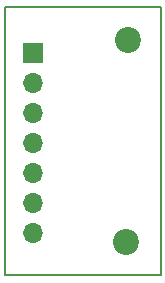
<source format=gbs>
%TF.GenerationSoftware,KiCad,Pcbnew,7.0.2*%
%TF.CreationDate,2025-03-07T15:43:59-05:00*%
%TF.ProjectId,2BMA400,32424d41-3430-4302-9e6b-696361645f70,rev?*%
%TF.SameCoordinates,Original*%
%TF.FileFunction,Soldermask,Bot*%
%TF.FilePolarity,Negative*%
%FSLAX46Y46*%
G04 Gerber Fmt 4.6, Leading zero omitted, Abs format (unit mm)*
G04 Created by KiCad (PCBNEW 7.0.2) date 2025-03-07 15:43:59*
%MOMM*%
%LPD*%
G01*
G04 APERTURE LIST*
%ADD10C,0.150000*%
%ADD11C,2.200000*%
%ADD12R,1.700000X1.700000*%
%ADD13O,1.700000X1.700000*%
G04 APERTURE END LIST*
D10*
X60452000Y-102108000D02*
X60452000Y-79400400D01*
X73660000Y-102108000D02*
X60452000Y-102108000D01*
X73660000Y-79400400D02*
X73660000Y-102108000D01*
X60452000Y-79400400D02*
X73660000Y-79400400D01*
D11*
%TO.C,REF\u002A\u002A*%
X70866000Y-82169000D03*
%TD*%
D12*
%TO.C,J1*%
X62865000Y-83312000D03*
D13*
X62865000Y-85852000D03*
X62865000Y-88392000D03*
X62865000Y-90932000D03*
X62865000Y-93472000D03*
X62865000Y-96012000D03*
X62865000Y-98552000D03*
%TD*%
D11*
%TO.C,REF\u002A\u002A*%
X70739000Y-99314000D03*
%TD*%
M02*

</source>
